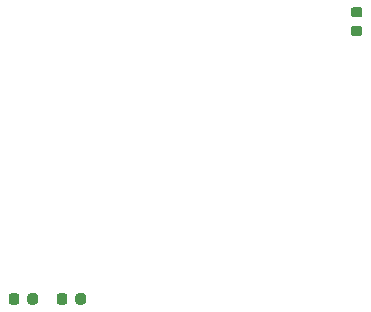
<source format=gbr>
%TF.GenerationSoftware,KiCad,Pcbnew,(5.1.8)-1*%
%TF.CreationDate,2021-03-28T09:39:19+02:00*%
%TF.ProjectId,KETCube_mainboard,4b455443-7562-4655-9f6d-61696e626f61,I*%
%TF.SameCoordinates,Original*%
%TF.FileFunction,Paste,Bot*%
%TF.FilePolarity,Positive*%
%FSLAX46Y46*%
G04 Gerber Fmt 4.6, Leading zero omitted, Abs format (unit mm)*
G04 Created by KiCad (PCBNEW (5.1.8)-1) date 2021-03-28 09:39:19*
%MOMM*%
%LPD*%
G01*
G04 APERTURE LIST*
G04 APERTURE END LIST*
%TO.C,D3*%
G36*
G01*
X134016000Y-113789750D02*
X134016000Y-114302250D01*
G75*
G02*
X133797250Y-114521000I-218750J0D01*
G01*
X133359750Y-114521000D01*
G75*
G02*
X133141000Y-114302250I0J218750D01*
G01*
X133141000Y-113789750D01*
G75*
G02*
X133359750Y-113571000I218750J0D01*
G01*
X133797250Y-113571000D01*
G75*
G02*
X134016000Y-113789750I0J-218750D01*
G01*
G37*
G36*
G01*
X135591000Y-113789750D02*
X135591000Y-114302250D01*
G75*
G02*
X135372250Y-114521000I-218750J0D01*
G01*
X134934750Y-114521000D01*
G75*
G02*
X134716000Y-114302250I0J218750D01*
G01*
X134716000Y-113789750D01*
G75*
G02*
X134934750Y-113571000I218750J0D01*
G01*
X135372250Y-113571000D01*
G75*
G02*
X135591000Y-113789750I0J-218750D01*
G01*
G37*
%TD*%
%TO.C,D2*%
G36*
G01*
X138780000Y-114302250D02*
X138780000Y-113789750D01*
G75*
G02*
X138998750Y-113571000I218750J0D01*
G01*
X139436250Y-113571000D01*
G75*
G02*
X139655000Y-113789750I0J-218750D01*
G01*
X139655000Y-114302250D01*
G75*
G02*
X139436250Y-114521000I-218750J0D01*
G01*
X138998750Y-114521000D01*
G75*
G02*
X138780000Y-114302250I0J218750D01*
G01*
G37*
G36*
G01*
X137205000Y-114302250D02*
X137205000Y-113789750D01*
G75*
G02*
X137423750Y-113571000I218750J0D01*
G01*
X137861250Y-113571000D01*
G75*
G02*
X138080000Y-113789750I0J-218750D01*
G01*
X138080000Y-114302250D01*
G75*
G02*
X137861250Y-114521000I-218750J0D01*
G01*
X137423750Y-114521000D01*
G75*
G02*
X137205000Y-114302250I0J218750D01*
G01*
G37*
%TD*%
%TO.C,D1*%
G36*
G01*
X162841650Y-90213700D02*
X162329150Y-90213700D01*
G75*
G02*
X162110400Y-89994950I0J218750D01*
G01*
X162110400Y-89557450D01*
G75*
G02*
X162329150Y-89338700I218750J0D01*
G01*
X162841650Y-89338700D01*
G75*
G02*
X163060400Y-89557450I0J-218750D01*
G01*
X163060400Y-89994950D01*
G75*
G02*
X162841650Y-90213700I-218750J0D01*
G01*
G37*
G36*
G01*
X162841650Y-91788700D02*
X162329150Y-91788700D01*
G75*
G02*
X162110400Y-91569950I0J218750D01*
G01*
X162110400Y-91132450D01*
G75*
G02*
X162329150Y-90913700I218750J0D01*
G01*
X162841650Y-90913700D01*
G75*
G02*
X163060400Y-91132450I0J-218750D01*
G01*
X163060400Y-91569950D01*
G75*
G02*
X162841650Y-91788700I-218750J0D01*
G01*
G37*
%TD*%
M02*

</source>
